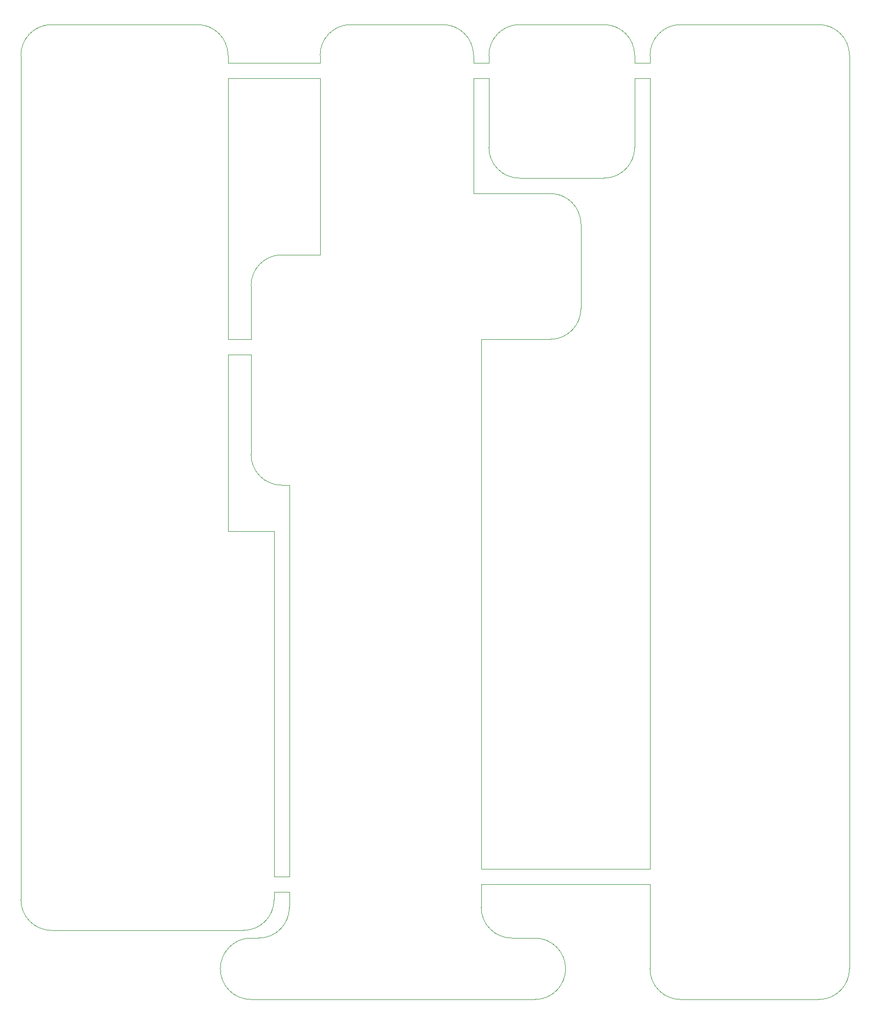
<source format=gbr>
%TF.GenerationSoftware,KiCad,Pcbnew,(5.1.10-1-10_14)*%
%TF.CreationDate,2021-05-06T19:08:34+01:00*%
%TF.ProjectId,haxophone001,6861786f-7068-46f6-9e65-3030312e6b69,rev?*%
%TF.SameCoordinates,Original*%
%TF.FileFunction,Profile,NP*%
%FSLAX46Y46*%
G04 Gerber Fmt 4.6, Leading zero omitted, Abs format (unit mm)*
G04 Created by KiCad (PCBNEW (5.1.10-1-10_14)) date 2021-05-06 19:08:34*
%MOMM*%
%LPD*%
G01*
G04 APERTURE LIST*
%TA.AperFunction,Profile*%
%ADD10C,0.050000*%
%TD*%
G04 APERTURE END LIST*
D10*
X146050000Y-154940000D02*
X118110000Y-154940000D01*
X118110000Y-157480000D02*
X146050000Y-157480000D01*
X118110000Y-157480000D02*
X118110000Y-161290000D01*
X83820000Y-158750000D02*
X83820000Y-160020000D01*
X86360000Y-161290000D02*
X86360000Y-158750000D01*
X83820000Y-156210000D02*
X86360000Y-156210000D01*
X83820000Y-158750000D02*
X86360000Y-158750000D01*
X76200000Y-67310000D02*
X76200000Y-24130000D01*
X80010000Y-67310000D02*
X80010000Y-58420000D01*
X76200000Y-69850000D02*
X80010000Y-69850000D01*
X76200000Y-67310000D02*
X80010000Y-67310000D01*
X127000000Y-166370000D02*
X123190000Y-166370000D01*
X123190000Y-166370000D02*
G75*
G02*
X118110000Y-161290000I0J5080000D01*
G01*
X127000000Y-166370000D02*
G75*
G02*
X132080000Y-171450000I0J-5080000D01*
G01*
X81280000Y-166370000D02*
X80010000Y-166370000D01*
X86360000Y-161290000D02*
G75*
G02*
X81280000Y-166370000I-5080000J0D01*
G01*
X74930000Y-171450000D02*
G75*
G02*
X80010000Y-166370000I5080000J0D01*
G01*
X172720000Y-176530000D02*
X173990000Y-176530000D01*
X151130000Y-176530000D02*
X172720000Y-176530000D01*
X146050000Y-171450000D02*
X146050000Y-157480000D01*
X151130000Y-176530000D02*
G75*
G02*
X146050000Y-171450000I0J5080000D01*
G01*
X132080000Y-171450000D02*
G75*
G02*
X127000000Y-176530000I-5080000J0D01*
G01*
X80010000Y-176530000D02*
G75*
G02*
X74930000Y-171450000I0J5080000D01*
G01*
X85090000Y-91440000D02*
G75*
G02*
X80010000Y-86360000I0J5080000D01*
G01*
X80010000Y-58420000D02*
G75*
G02*
X85090000Y-53340000I5080000J0D01*
G01*
X143510000Y-35560000D02*
G75*
G02*
X138430000Y-40640000I-5080000J0D01*
G01*
X124460000Y-40640000D02*
G75*
G02*
X119380000Y-35560000I0J5080000D01*
G01*
X134620000Y-62230000D02*
G75*
G02*
X129540000Y-67310000I-5080000J0D01*
G01*
X129540000Y-43180000D02*
G75*
G02*
X134620000Y-48260000I0J-5080000D01*
G01*
X151130000Y-15240000D02*
X173990000Y-15240000D01*
X124460000Y-15240000D02*
X138430000Y-15240000D01*
X143510000Y-21590000D02*
X143510000Y-20320000D01*
X146050000Y-21590000D02*
X143510000Y-21590000D01*
X146050000Y-20320000D02*
X146050000Y-21590000D01*
X119380000Y-20320000D02*
X119380000Y-21590000D01*
X116840000Y-20320000D02*
X116840000Y-21590000D01*
X119380000Y-21590000D02*
X116840000Y-21590000D01*
X46990000Y-15240000D02*
X71120000Y-15240000D01*
X91440000Y-20320000D02*
X91440000Y-21590000D01*
X76200000Y-21590000D02*
X76200000Y-20320000D01*
X91440000Y-21590000D02*
X76200000Y-21590000D01*
X138430000Y-15240000D02*
G75*
G02*
X143510000Y-20320000I0J-5080000D01*
G01*
X146050000Y-20320000D02*
G75*
G02*
X151130000Y-15240000I5080000J0D01*
G01*
X119380000Y-20320000D02*
G75*
G02*
X124460000Y-15240000I5080000J0D01*
G01*
X111760000Y-15240000D02*
G75*
G02*
X116840000Y-20320000I0J-5080000D01*
G01*
X91440000Y-20320000D02*
G75*
G02*
X96520000Y-15240000I5080000J0D01*
G01*
X71120000Y-15240000D02*
G75*
G02*
X76200000Y-20320000I0J-5080000D01*
G01*
X83820000Y-160020000D02*
G75*
G02*
X78740000Y-165100000I-5080000J0D01*
G01*
X129540000Y-67310000D02*
X118110000Y-67310000D01*
X134620000Y-48260000D02*
X134620000Y-62230000D01*
X146050000Y-24130000D02*
X143510000Y-24130000D01*
X116840000Y-43180000D02*
X116840000Y-40640000D01*
X124460000Y-40640000D02*
X138430000Y-40640000D01*
X119380000Y-24130000D02*
X116840000Y-24130000D01*
X143510000Y-35560000D02*
X143510000Y-24130000D01*
X119380000Y-35560000D02*
X119380000Y-24130000D01*
X83820000Y-99060000D02*
X83820000Y-156210000D01*
X76200000Y-99060000D02*
X83820000Y-99060000D01*
X76200000Y-69850000D02*
X76200000Y-99060000D01*
X91440000Y-24130000D02*
X76200000Y-24130000D01*
X111760000Y-15240000D02*
X96520000Y-15240000D01*
X41910000Y-160020000D02*
X41910000Y-20320000D01*
X116840000Y-40640000D02*
X116840000Y-24130000D01*
X129540000Y-43180000D02*
X116840000Y-43180000D01*
X118110000Y-67310000D02*
X118110000Y-154940000D01*
X91440000Y-53340000D02*
X91440000Y-24130000D01*
X85090000Y-53340000D02*
X91440000Y-53340000D01*
X80010000Y-86360000D02*
X80010000Y-69850000D01*
X86360000Y-91440000D02*
X85090000Y-91440000D01*
X86360000Y-156210000D02*
X86360000Y-91440000D01*
X46990000Y-165100000D02*
X78740000Y-165100000D01*
X146050000Y-24130000D02*
X146050000Y-154940000D01*
X173990000Y-15240000D02*
G75*
G02*
X179070000Y-20320000I0J-5080000D01*
G01*
X179070000Y-171450000D02*
G75*
G02*
X173990000Y-176530000I-5080000J0D01*
G01*
X46990000Y-165100000D02*
G75*
G02*
X41910000Y-160020000I0J5080000D01*
G01*
X41910000Y-20320000D02*
G75*
G02*
X46990000Y-15240000I5080000J0D01*
G01*
X127000000Y-176530000D02*
X80010000Y-176530000D01*
X179070000Y-20320000D02*
X179070000Y-171450000D01*
M02*

</source>
